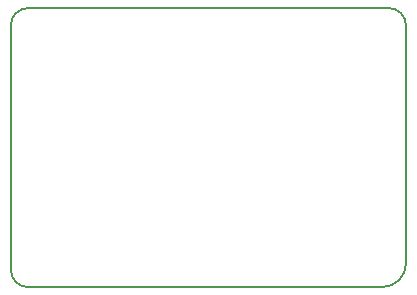
<source format=gm1>
G04 #@! TF.GenerationSoftware,KiCad,Pcbnew,8.0.5*
G04 #@! TF.CreationDate,2024-10-22T05:21:46-04:00*
G04 #@! TF.ProjectId,WarpSE-Overclocking-Board,57617270-5345-42d4-9f76-6572636c6f63,1.0*
G04 #@! TF.SameCoordinates,Original*
G04 #@! TF.FileFunction,Profile,NP*
%FSLAX46Y46*%
G04 Gerber Fmt 4.6, Leading zero omitted, Abs format (unit mm)*
G04 Created by KiCad (PCBNEW 8.0.5) date 2024-10-22 05:21:46*
%MOMM*%
%LPD*%
G01*
G04 APERTURE LIST*
G04 #@! TA.AperFunction,Profile*
%ADD10C,0.150000*%
G04 #@! TD*
G04 APERTURE END LIST*
D10*
X75120500Y-107378500D02*
X75120500Y-128079500D01*
X76581000Y-129540000D02*
X106553000Y-129540000D01*
X107124500Y-105918000D02*
G75*
G02*
X108585000Y-107378500I0J-1460500D01*
G01*
X108585000Y-127508000D02*
X108585000Y-107378500D01*
X107124500Y-105918000D02*
X76581000Y-105918000D01*
X75120500Y-107378500D02*
G75*
G02*
X76581000Y-105918000I1460500J0D01*
G01*
X76581000Y-129540000D02*
G75*
G02*
X75120500Y-128079500I0J1460500D01*
G01*
X108585000Y-127508000D02*
G75*
G02*
X106553000Y-129540000I-2032000J0D01*
G01*
M02*

</source>
